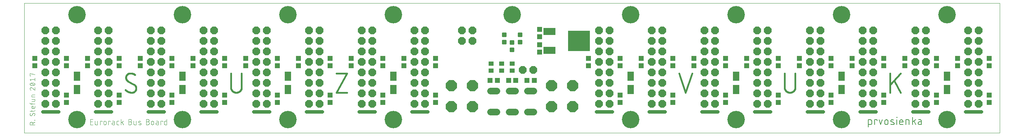
<source format=gts>
G75*
%MOIN*%
%OFA0B0*%
%FSLAX25Y25*%
%IPPOS*%
%LPD*%
%AMOC8*
5,1,8,0,0,1.08239X$1,22.5*
%
%ADD10C,0.00000*%
%ADD11C,0.01600*%
%ADD12C,0.00600*%
%ADD13C,0.00400*%
%ADD14C,0.03200*%
%ADD15R,0.04652X0.04534*%
%ADD16R,0.04534X0.04652*%
%ADD17R,0.05912X0.09061*%
%ADD18C,0.06400*%
%ADD19R,0.11424X0.06699*%
%ADD20R,0.20837X0.19400*%
%ADD21OC8,0.07400*%
%ADD22R,0.04731X0.04337*%
%ADD23OC8,0.10400*%
%ADD24C,0.01301*%
%ADD25C,0.16605*%
D10*
X0003500Y0050642D02*
X0003500Y0174343D01*
X0928421Y0174343D01*
X0928421Y0050642D01*
X0003500Y0050642D01*
D11*
X0107477Y0096609D02*
X0107586Y0096543D01*
X0107692Y0096474D01*
X0107796Y0096401D01*
X0107898Y0096325D01*
X0107997Y0096247D01*
X0108094Y0096165D01*
X0108188Y0096080D01*
X0108280Y0095993D01*
X0108369Y0095902D01*
X0108456Y0095810D01*
X0108539Y0095714D01*
X0108619Y0095616D01*
X0108697Y0095515D01*
X0108771Y0095413D01*
X0108842Y0095308D01*
X0108910Y0095201D01*
X0108975Y0095091D01*
X0109036Y0094980D01*
X0109094Y0094868D01*
X0109148Y0094753D01*
X0109199Y0094637D01*
X0109246Y0094519D01*
X0109290Y0094400D01*
X0109330Y0094280D01*
X0109366Y0094158D01*
X0109399Y0094036D01*
X0109427Y0093912D01*
X0109452Y0093788D01*
X0109474Y0093663D01*
X0109491Y0093537D01*
X0109505Y0093411D01*
X0109514Y0093284D01*
X0109520Y0093158D01*
X0109522Y0093031D01*
X0109520Y0092905D01*
X0109514Y0092779D01*
X0109505Y0092654D01*
X0109491Y0092529D01*
X0109474Y0092404D01*
X0109452Y0092280D01*
X0109427Y0092156D01*
X0109398Y0092034D01*
X0109366Y0091912D01*
X0109330Y0091791D01*
X0109290Y0091672D01*
X0109246Y0091554D01*
X0109199Y0091437D01*
X0109148Y0091322D01*
X0109093Y0091208D01*
X0109035Y0091097D01*
X0108974Y0090986D01*
X0108910Y0090878D01*
X0108842Y0090772D01*
X0108770Y0090668D01*
X0108696Y0090567D01*
X0108619Y0090468D01*
X0108538Y0090371D01*
X0108455Y0090276D01*
X0108369Y0090185D01*
X0108279Y0090095D01*
X0108188Y0090009D01*
X0108093Y0089926D01*
X0107996Y0089845D01*
X0107897Y0089768D01*
X0107796Y0089694D01*
X0107692Y0089622D01*
X0107586Y0089554D01*
X0107478Y0089490D01*
X0107367Y0089429D01*
X0107256Y0089371D01*
X0107142Y0089316D01*
X0107027Y0089265D01*
X0106910Y0089218D01*
X0106792Y0089174D01*
X0106673Y0089134D01*
X0106552Y0089098D01*
X0106430Y0089066D01*
X0106308Y0089037D01*
X0106184Y0089012D01*
X0106060Y0088990D01*
X0105935Y0088973D01*
X0105810Y0088959D01*
X0105685Y0088950D01*
X0105559Y0088944D01*
X0105433Y0088942D01*
X0107478Y0096609D02*
X0101856Y0099675D01*
X0103900Y0107342D02*
X0104083Y0107340D01*
X0104265Y0107333D01*
X0104448Y0107322D01*
X0104630Y0107307D01*
X0104812Y0107288D01*
X0104993Y0107264D01*
X0105173Y0107236D01*
X0105353Y0107203D01*
X0105532Y0107166D01*
X0105710Y0107125D01*
X0105887Y0107080D01*
X0106063Y0107031D01*
X0106238Y0106977D01*
X0106411Y0106919D01*
X0106583Y0106857D01*
X0106753Y0106791D01*
X0106922Y0106721D01*
X0107089Y0106647D01*
X0107254Y0106569D01*
X0107418Y0106487D01*
X0107579Y0106402D01*
X0107738Y0106312D01*
X0107895Y0106219D01*
X0108050Y0106122D01*
X0108203Y0106021D01*
X0108353Y0105916D01*
X0108500Y0105809D01*
X0101856Y0099675D02*
X0101747Y0099741D01*
X0101641Y0099810D01*
X0101537Y0099883D01*
X0101435Y0099959D01*
X0101336Y0100037D01*
X0101239Y0100119D01*
X0101144Y0100204D01*
X0101053Y0100291D01*
X0100964Y0100382D01*
X0100877Y0100474D01*
X0100794Y0100570D01*
X0100714Y0100668D01*
X0100636Y0100769D01*
X0100562Y0100871D01*
X0100491Y0100976D01*
X0100423Y0101083D01*
X0100358Y0101193D01*
X0100297Y0101304D01*
X0100239Y0101416D01*
X0100185Y0101531D01*
X0100134Y0101647D01*
X0100087Y0101765D01*
X0100043Y0101884D01*
X0100003Y0102004D01*
X0099967Y0102126D01*
X0099934Y0102248D01*
X0099906Y0102372D01*
X0099881Y0102496D01*
X0099859Y0102621D01*
X0099842Y0102747D01*
X0099828Y0102873D01*
X0099819Y0103000D01*
X0099813Y0103126D01*
X0099811Y0103253D01*
X0099813Y0103379D01*
X0099819Y0103505D01*
X0099828Y0103630D01*
X0099842Y0103755D01*
X0099859Y0103880D01*
X0099881Y0104004D01*
X0099906Y0104128D01*
X0099935Y0104250D01*
X0099967Y0104372D01*
X0100003Y0104493D01*
X0100043Y0104612D01*
X0100087Y0104730D01*
X0100134Y0104847D01*
X0100185Y0104962D01*
X0100240Y0105076D01*
X0100298Y0105187D01*
X0100359Y0105298D01*
X0100423Y0105406D01*
X0100491Y0105512D01*
X0100563Y0105616D01*
X0100637Y0105717D01*
X0100714Y0105816D01*
X0100795Y0105913D01*
X0100878Y0106008D01*
X0100964Y0106099D01*
X0101054Y0106189D01*
X0101145Y0106275D01*
X0101240Y0106358D01*
X0101337Y0106439D01*
X0101436Y0106516D01*
X0101537Y0106590D01*
X0101641Y0106662D01*
X0101747Y0106730D01*
X0101856Y0106794D01*
X0101966Y0106855D01*
X0102077Y0106913D01*
X0102191Y0106968D01*
X0102306Y0107019D01*
X0102423Y0107066D01*
X0102541Y0107110D01*
X0102660Y0107150D01*
X0102781Y0107186D01*
X0102903Y0107219D01*
X0103025Y0107247D01*
X0103149Y0107272D01*
X0103273Y0107294D01*
X0103398Y0107311D01*
X0103523Y0107325D01*
X0103648Y0107334D01*
X0103774Y0107340D01*
X0103900Y0107342D01*
X0099300Y0091498D02*
X0099447Y0091353D01*
X0099597Y0091211D01*
X0099752Y0091073D01*
X0099909Y0090939D01*
X0100069Y0090809D01*
X0100233Y0090683D01*
X0100399Y0090560D01*
X0100569Y0090442D01*
X0100741Y0090327D01*
X0100916Y0090217D01*
X0101093Y0090111D01*
X0101273Y0090010D01*
X0101455Y0089912D01*
X0101640Y0089819D01*
X0101827Y0089731D01*
X0102016Y0089647D01*
X0102206Y0089567D01*
X0102399Y0089492D01*
X0102593Y0089422D01*
X0102789Y0089357D01*
X0102987Y0089296D01*
X0103186Y0089239D01*
X0103386Y0089188D01*
X0103587Y0089142D01*
X0103790Y0089100D01*
X0103993Y0089063D01*
X0104197Y0089031D01*
X0104402Y0089004D01*
X0104608Y0088982D01*
X0104813Y0088964D01*
X0105020Y0088952D01*
X0105226Y0088944D01*
X0105433Y0088942D01*
X0199300Y0094053D02*
X0199300Y0107342D01*
X0209522Y0107342D02*
X0209522Y0094053D01*
X0209520Y0093911D01*
X0209514Y0093769D01*
X0209504Y0093627D01*
X0209490Y0093486D01*
X0209473Y0093345D01*
X0209451Y0093204D01*
X0209426Y0093065D01*
X0209396Y0092926D01*
X0209363Y0092787D01*
X0209326Y0092650D01*
X0209285Y0092514D01*
X0209240Y0092379D01*
X0209192Y0092246D01*
X0209140Y0092114D01*
X0209084Y0091983D01*
X0209025Y0091854D01*
X0208962Y0091726D01*
X0208895Y0091601D01*
X0208825Y0091477D01*
X0208752Y0091355D01*
X0208675Y0091236D01*
X0208595Y0091118D01*
X0208512Y0091003D01*
X0208426Y0090890D01*
X0208336Y0090780D01*
X0208244Y0090672D01*
X0208148Y0090567D01*
X0208050Y0090464D01*
X0207949Y0090364D01*
X0207845Y0090267D01*
X0207738Y0090173D01*
X0207629Y0090082D01*
X0207518Y0089995D01*
X0207404Y0089910D01*
X0207287Y0089828D01*
X0207169Y0089750D01*
X0207048Y0089675D01*
X0206925Y0089603D01*
X0206801Y0089535D01*
X0206674Y0089470D01*
X0206546Y0089409D01*
X0206416Y0089352D01*
X0206285Y0089298D01*
X0206152Y0089248D01*
X0206017Y0089201D01*
X0205882Y0089158D01*
X0205745Y0089119D01*
X0205608Y0089084D01*
X0205469Y0089053D01*
X0205330Y0089025D01*
X0205189Y0089002D01*
X0205049Y0088982D01*
X0204908Y0088966D01*
X0204766Y0088954D01*
X0204624Y0088946D01*
X0204482Y0088942D01*
X0204340Y0088942D01*
X0204198Y0088946D01*
X0204056Y0088954D01*
X0203914Y0088966D01*
X0203773Y0088982D01*
X0203633Y0089002D01*
X0203492Y0089025D01*
X0203353Y0089053D01*
X0203214Y0089084D01*
X0203077Y0089119D01*
X0202940Y0089158D01*
X0202805Y0089201D01*
X0202670Y0089248D01*
X0202537Y0089298D01*
X0202406Y0089352D01*
X0202276Y0089409D01*
X0202148Y0089470D01*
X0202021Y0089535D01*
X0201897Y0089603D01*
X0201774Y0089675D01*
X0201653Y0089750D01*
X0201535Y0089828D01*
X0201418Y0089910D01*
X0201304Y0089995D01*
X0201193Y0090082D01*
X0201084Y0090173D01*
X0200977Y0090267D01*
X0200873Y0090364D01*
X0200772Y0090464D01*
X0200674Y0090567D01*
X0200578Y0090672D01*
X0200486Y0090780D01*
X0200396Y0090890D01*
X0200310Y0091003D01*
X0200227Y0091118D01*
X0200147Y0091236D01*
X0200070Y0091355D01*
X0199997Y0091477D01*
X0199927Y0091601D01*
X0199860Y0091726D01*
X0199797Y0091854D01*
X0199738Y0091983D01*
X0199682Y0092114D01*
X0199630Y0092246D01*
X0199582Y0092379D01*
X0199537Y0092514D01*
X0199496Y0092650D01*
X0199459Y0092787D01*
X0199426Y0092926D01*
X0199396Y0093065D01*
X0199371Y0093204D01*
X0199349Y0093345D01*
X0199332Y0093486D01*
X0199318Y0093627D01*
X0199308Y0093769D01*
X0199302Y0093911D01*
X0199300Y0094053D01*
X0299300Y0088942D02*
X0309522Y0088942D01*
X0299300Y0088942D02*
X0309522Y0107342D01*
X0299300Y0107342D01*
X0624300Y0107342D02*
X0630433Y0088942D01*
X0636567Y0107342D01*
X0724300Y0107342D02*
X0724300Y0094053D01*
X0724302Y0093911D01*
X0724308Y0093769D01*
X0724318Y0093627D01*
X0724332Y0093486D01*
X0724349Y0093345D01*
X0724371Y0093204D01*
X0724396Y0093065D01*
X0724426Y0092926D01*
X0724459Y0092787D01*
X0724496Y0092650D01*
X0724537Y0092514D01*
X0724582Y0092379D01*
X0724630Y0092246D01*
X0724682Y0092114D01*
X0724738Y0091983D01*
X0724797Y0091854D01*
X0724860Y0091726D01*
X0724927Y0091601D01*
X0724997Y0091477D01*
X0725070Y0091355D01*
X0725147Y0091236D01*
X0725227Y0091118D01*
X0725310Y0091003D01*
X0725396Y0090890D01*
X0725486Y0090780D01*
X0725578Y0090672D01*
X0725674Y0090567D01*
X0725772Y0090464D01*
X0725873Y0090364D01*
X0725977Y0090267D01*
X0726084Y0090173D01*
X0726193Y0090082D01*
X0726304Y0089995D01*
X0726418Y0089910D01*
X0726535Y0089828D01*
X0726653Y0089750D01*
X0726774Y0089675D01*
X0726897Y0089603D01*
X0727021Y0089535D01*
X0727148Y0089470D01*
X0727276Y0089409D01*
X0727406Y0089352D01*
X0727537Y0089298D01*
X0727670Y0089248D01*
X0727805Y0089201D01*
X0727940Y0089158D01*
X0728077Y0089119D01*
X0728214Y0089084D01*
X0728353Y0089053D01*
X0728492Y0089025D01*
X0728633Y0089002D01*
X0728773Y0088982D01*
X0728914Y0088966D01*
X0729056Y0088954D01*
X0729198Y0088946D01*
X0729340Y0088942D01*
X0729482Y0088942D01*
X0729624Y0088946D01*
X0729766Y0088954D01*
X0729908Y0088966D01*
X0730049Y0088982D01*
X0730189Y0089002D01*
X0730330Y0089025D01*
X0730469Y0089053D01*
X0730608Y0089084D01*
X0730745Y0089119D01*
X0730882Y0089158D01*
X0731017Y0089201D01*
X0731152Y0089248D01*
X0731285Y0089298D01*
X0731416Y0089352D01*
X0731546Y0089409D01*
X0731674Y0089470D01*
X0731801Y0089535D01*
X0731925Y0089603D01*
X0732048Y0089675D01*
X0732169Y0089750D01*
X0732287Y0089828D01*
X0732404Y0089910D01*
X0732518Y0089995D01*
X0732629Y0090082D01*
X0732738Y0090173D01*
X0732845Y0090267D01*
X0732949Y0090364D01*
X0733050Y0090464D01*
X0733148Y0090567D01*
X0733244Y0090672D01*
X0733336Y0090780D01*
X0733426Y0090890D01*
X0733512Y0091003D01*
X0733595Y0091118D01*
X0733675Y0091236D01*
X0733752Y0091355D01*
X0733825Y0091477D01*
X0733895Y0091601D01*
X0733962Y0091726D01*
X0734025Y0091854D01*
X0734084Y0091983D01*
X0734140Y0092114D01*
X0734192Y0092246D01*
X0734240Y0092379D01*
X0734285Y0092514D01*
X0734326Y0092650D01*
X0734363Y0092787D01*
X0734396Y0092926D01*
X0734426Y0093065D01*
X0734451Y0093204D01*
X0734473Y0093345D01*
X0734490Y0093486D01*
X0734504Y0093627D01*
X0734514Y0093769D01*
X0734520Y0093911D01*
X0734522Y0094053D01*
X0734522Y0107342D01*
X0824300Y0107342D02*
X0824300Y0088942D01*
X0834522Y0088942D02*
X0828389Y0100187D01*
X0824300Y0096098D02*
X0834522Y0107342D01*
D12*
X0831022Y0065442D02*
X0831022Y0065053D01*
X0830634Y0065053D01*
X0830634Y0065442D01*
X0831022Y0065442D01*
X0827235Y0058442D02*
X0827079Y0058446D01*
X0826923Y0058454D01*
X0826767Y0058465D01*
X0826612Y0058480D01*
X0826457Y0058499D01*
X0826303Y0058521D01*
X0826149Y0058547D01*
X0825996Y0058577D01*
X0825844Y0058610D01*
X0825692Y0058647D01*
X0825541Y0058688D01*
X0825392Y0058732D01*
X0825243Y0058779D01*
X0825096Y0058831D01*
X0826068Y0063109D02*
X0826197Y0063105D01*
X0826326Y0063097D01*
X0826454Y0063086D01*
X0826582Y0063071D01*
X0826710Y0063052D01*
X0826837Y0063030D01*
X0826963Y0063004D01*
X0827088Y0062974D01*
X0827213Y0062941D01*
X0827336Y0062904D01*
X0827459Y0062863D01*
X0827580Y0062819D01*
X0827700Y0062771D01*
X0827818Y0062720D01*
X0826068Y0063108D02*
X0826006Y0063107D01*
X0825944Y0063102D01*
X0825883Y0063093D01*
X0825822Y0063081D01*
X0825762Y0063065D01*
X0825703Y0063045D01*
X0825645Y0063021D01*
X0825589Y0062995D01*
X0825535Y0062964D01*
X0825483Y0062931D01*
X0825433Y0062894D01*
X0825385Y0062854D01*
X0825340Y0062811D01*
X0825297Y0062766D01*
X0825258Y0062718D01*
X0825221Y0062668D01*
X0825188Y0062615D01*
X0825158Y0062561D01*
X0825131Y0062505D01*
X0825108Y0062447D01*
X0825088Y0062388D01*
X0825072Y0062328D01*
X0825060Y0062267D01*
X0825052Y0062206D01*
X0825047Y0062144D01*
X0825046Y0062081D01*
X0825049Y0062019D01*
X0825056Y0061958D01*
X0825067Y0061896D01*
X0825081Y0061836D01*
X0825099Y0061776D01*
X0825121Y0061718D01*
X0825146Y0061661D01*
X0825175Y0061606D01*
X0825207Y0061553D01*
X0825243Y0061502D01*
X0825281Y0061453D01*
X0825322Y0061407D01*
X0825366Y0061363D01*
X0825413Y0061322D01*
X0825462Y0061284D01*
X0825514Y0061249D01*
X0825567Y0061217D01*
X0825623Y0061189D01*
X0825680Y0061164D01*
X0825679Y0061164D02*
X0827624Y0060387D01*
X0827623Y0060386D02*
X0827680Y0060361D01*
X0827736Y0060333D01*
X0827789Y0060301D01*
X0827841Y0060266D01*
X0827890Y0060228D01*
X0827937Y0060187D01*
X0827981Y0060143D01*
X0828022Y0060097D01*
X0828060Y0060048D01*
X0828096Y0059997D01*
X0828128Y0059944D01*
X0828157Y0059889D01*
X0828182Y0059832D01*
X0828204Y0059774D01*
X0828222Y0059714D01*
X0828236Y0059654D01*
X0828247Y0059592D01*
X0828254Y0059531D01*
X0828257Y0059469D01*
X0828256Y0059406D01*
X0828251Y0059344D01*
X0828243Y0059283D01*
X0828231Y0059222D01*
X0828215Y0059162D01*
X0828195Y0059103D01*
X0828172Y0059045D01*
X0828145Y0058989D01*
X0828115Y0058935D01*
X0828082Y0058882D01*
X0828045Y0058832D01*
X0828006Y0058784D01*
X0827963Y0058739D01*
X0827918Y0058696D01*
X0827870Y0058656D01*
X0827820Y0058619D01*
X0827768Y0058586D01*
X0827714Y0058555D01*
X0827658Y0058529D01*
X0827600Y0058505D01*
X0827541Y0058485D01*
X0827481Y0058469D01*
X0827420Y0058457D01*
X0827359Y0058448D01*
X0827297Y0058443D01*
X0827235Y0058442D01*
X0830828Y0058442D02*
X0830828Y0063109D01*
X0833449Y0061553D02*
X0833449Y0059609D01*
X0833449Y0060775D02*
X0836560Y0060775D01*
X0836560Y0061553D01*
X0836561Y0061553D02*
X0836559Y0061631D01*
X0836553Y0061708D01*
X0836544Y0061785D01*
X0836530Y0061861D01*
X0836513Y0061937D01*
X0836492Y0062012D01*
X0836467Y0062085D01*
X0836439Y0062157D01*
X0836407Y0062228D01*
X0836372Y0062297D01*
X0836333Y0062364D01*
X0836291Y0062430D01*
X0836245Y0062493D01*
X0836197Y0062553D01*
X0836146Y0062611D01*
X0836091Y0062667D01*
X0836035Y0062720D01*
X0835975Y0062770D01*
X0835913Y0062816D01*
X0835849Y0062860D01*
X0835783Y0062901D01*
X0835715Y0062938D01*
X0835645Y0062971D01*
X0835573Y0063001D01*
X0835501Y0063028D01*
X0835426Y0063051D01*
X0835351Y0063070D01*
X0835275Y0063085D01*
X0835198Y0063097D01*
X0835121Y0063105D01*
X0835044Y0063109D01*
X0834966Y0063109D01*
X0834889Y0063105D01*
X0834812Y0063097D01*
X0834735Y0063085D01*
X0834659Y0063070D01*
X0834584Y0063051D01*
X0834509Y0063028D01*
X0834437Y0063001D01*
X0834365Y0062971D01*
X0834295Y0062938D01*
X0834227Y0062901D01*
X0834161Y0062860D01*
X0834097Y0062816D01*
X0834035Y0062770D01*
X0833975Y0062720D01*
X0833919Y0062667D01*
X0833864Y0062611D01*
X0833813Y0062553D01*
X0833765Y0062493D01*
X0833719Y0062430D01*
X0833677Y0062364D01*
X0833638Y0062297D01*
X0833603Y0062228D01*
X0833571Y0062157D01*
X0833543Y0062085D01*
X0833518Y0062012D01*
X0833497Y0061937D01*
X0833480Y0061861D01*
X0833466Y0061785D01*
X0833457Y0061708D01*
X0833451Y0061631D01*
X0833449Y0061553D01*
X0833449Y0059609D02*
X0833451Y0059544D01*
X0833456Y0059478D01*
X0833465Y0059414D01*
X0833478Y0059349D01*
X0833495Y0059286D01*
X0833514Y0059224D01*
X0833538Y0059162D01*
X0833565Y0059103D01*
X0833595Y0059045D01*
X0833628Y0058988D01*
X0833664Y0058934D01*
X0833704Y0058881D01*
X0833746Y0058831D01*
X0833791Y0058784D01*
X0833838Y0058739D01*
X0833888Y0058697D01*
X0833941Y0058657D01*
X0833995Y0058621D01*
X0834052Y0058588D01*
X0834110Y0058558D01*
X0834169Y0058531D01*
X0834231Y0058507D01*
X0834293Y0058488D01*
X0834356Y0058471D01*
X0834421Y0058458D01*
X0834485Y0058449D01*
X0834551Y0058444D01*
X0834616Y0058442D01*
X0836560Y0058442D01*
X0839384Y0058442D02*
X0839384Y0063109D01*
X0841329Y0063109D01*
X0841397Y0063107D01*
X0841464Y0063101D01*
X0841532Y0063091D01*
X0841598Y0063078D01*
X0841664Y0063060D01*
X0841728Y0063039D01*
X0841791Y0063014D01*
X0841853Y0062985D01*
X0841912Y0062953D01*
X0841970Y0062917D01*
X0842026Y0062878D01*
X0842079Y0062836D01*
X0842130Y0062791D01*
X0842178Y0062743D01*
X0842223Y0062692D01*
X0842265Y0062639D01*
X0842304Y0062583D01*
X0842340Y0062526D01*
X0842372Y0062466D01*
X0842401Y0062404D01*
X0842426Y0062341D01*
X0842447Y0062277D01*
X0842465Y0062211D01*
X0842478Y0062145D01*
X0842488Y0062077D01*
X0842494Y0062010D01*
X0842496Y0061942D01*
X0842495Y0061942D02*
X0842495Y0058442D01*
X0845601Y0058442D02*
X0845601Y0065442D01*
X0848712Y0063109D02*
X0845601Y0060775D01*
X0846962Y0061748D02*
X0848712Y0058442D01*
X0852369Y0058442D02*
X0854119Y0058442D01*
X0854119Y0061942D01*
X0854119Y0061164D02*
X0852369Y0061164D01*
X0854119Y0061942D02*
X0854117Y0062007D01*
X0854112Y0062073D01*
X0854103Y0062137D01*
X0854090Y0062202D01*
X0854073Y0062265D01*
X0854054Y0062327D01*
X0854030Y0062389D01*
X0854003Y0062448D01*
X0853973Y0062506D01*
X0853940Y0062563D01*
X0853904Y0062617D01*
X0853864Y0062670D01*
X0853822Y0062720D01*
X0853777Y0062767D01*
X0853730Y0062812D01*
X0853680Y0062854D01*
X0853627Y0062894D01*
X0853573Y0062930D01*
X0853516Y0062963D01*
X0853458Y0062993D01*
X0853399Y0063020D01*
X0853337Y0063044D01*
X0853275Y0063063D01*
X0853212Y0063080D01*
X0853147Y0063093D01*
X0853083Y0063102D01*
X0853017Y0063107D01*
X0852952Y0063109D01*
X0851397Y0063109D01*
X0852369Y0061164D02*
X0852297Y0061162D01*
X0852224Y0061156D01*
X0852153Y0061147D01*
X0852081Y0061133D01*
X0852011Y0061116D01*
X0851942Y0061095D01*
X0851873Y0061071D01*
X0851807Y0061042D01*
X0851741Y0061011D01*
X0851678Y0060976D01*
X0851617Y0060937D01*
X0851557Y0060895D01*
X0851500Y0060851D01*
X0851446Y0060803D01*
X0851394Y0060752D01*
X0851345Y0060699D01*
X0851299Y0060643D01*
X0851255Y0060585D01*
X0851215Y0060525D01*
X0851178Y0060462D01*
X0851145Y0060398D01*
X0851115Y0060332D01*
X0851089Y0060265D01*
X0851066Y0060196D01*
X0851047Y0060126D01*
X0851032Y0060055D01*
X0851020Y0059984D01*
X0851012Y0059912D01*
X0851008Y0059839D01*
X0851008Y0059767D01*
X0851012Y0059694D01*
X0851020Y0059622D01*
X0851032Y0059551D01*
X0851047Y0059480D01*
X0851066Y0059410D01*
X0851089Y0059341D01*
X0851115Y0059274D01*
X0851145Y0059208D01*
X0851178Y0059144D01*
X0851215Y0059081D01*
X0851255Y0059021D01*
X0851299Y0058963D01*
X0851345Y0058907D01*
X0851394Y0058854D01*
X0851446Y0058803D01*
X0851500Y0058755D01*
X0851557Y0058711D01*
X0851617Y0058669D01*
X0851678Y0058630D01*
X0851741Y0058595D01*
X0851807Y0058564D01*
X0851873Y0058535D01*
X0851942Y0058511D01*
X0852011Y0058490D01*
X0852081Y0058473D01*
X0852153Y0058459D01*
X0852224Y0058450D01*
X0852297Y0058444D01*
X0852369Y0058442D01*
X0822492Y0059998D02*
X0822492Y0061553D01*
X0822490Y0061631D01*
X0822484Y0061708D01*
X0822475Y0061785D01*
X0822461Y0061861D01*
X0822444Y0061937D01*
X0822423Y0062012D01*
X0822398Y0062085D01*
X0822370Y0062157D01*
X0822338Y0062228D01*
X0822303Y0062297D01*
X0822264Y0062364D01*
X0822222Y0062430D01*
X0822176Y0062493D01*
X0822128Y0062553D01*
X0822077Y0062611D01*
X0822022Y0062667D01*
X0821966Y0062720D01*
X0821906Y0062770D01*
X0821844Y0062816D01*
X0821780Y0062860D01*
X0821714Y0062901D01*
X0821646Y0062938D01*
X0821576Y0062971D01*
X0821504Y0063001D01*
X0821432Y0063028D01*
X0821357Y0063051D01*
X0821282Y0063070D01*
X0821206Y0063085D01*
X0821129Y0063097D01*
X0821052Y0063105D01*
X0820975Y0063109D01*
X0820897Y0063109D01*
X0820820Y0063105D01*
X0820743Y0063097D01*
X0820666Y0063085D01*
X0820590Y0063070D01*
X0820515Y0063051D01*
X0820440Y0063028D01*
X0820368Y0063001D01*
X0820296Y0062971D01*
X0820226Y0062938D01*
X0820158Y0062901D01*
X0820092Y0062860D01*
X0820028Y0062816D01*
X0819966Y0062770D01*
X0819906Y0062720D01*
X0819850Y0062667D01*
X0819795Y0062611D01*
X0819744Y0062553D01*
X0819696Y0062493D01*
X0819650Y0062430D01*
X0819608Y0062364D01*
X0819569Y0062297D01*
X0819534Y0062228D01*
X0819502Y0062157D01*
X0819474Y0062085D01*
X0819449Y0062012D01*
X0819428Y0061937D01*
X0819411Y0061861D01*
X0819397Y0061785D01*
X0819388Y0061708D01*
X0819382Y0061631D01*
X0819380Y0061553D01*
X0819380Y0059998D01*
X0819382Y0059920D01*
X0819388Y0059843D01*
X0819397Y0059766D01*
X0819411Y0059690D01*
X0819428Y0059614D01*
X0819449Y0059539D01*
X0819474Y0059466D01*
X0819502Y0059394D01*
X0819534Y0059323D01*
X0819569Y0059254D01*
X0819608Y0059187D01*
X0819650Y0059121D01*
X0819696Y0059058D01*
X0819744Y0058998D01*
X0819795Y0058940D01*
X0819850Y0058884D01*
X0819906Y0058831D01*
X0819966Y0058781D01*
X0820028Y0058735D01*
X0820092Y0058691D01*
X0820158Y0058650D01*
X0820226Y0058613D01*
X0820296Y0058580D01*
X0820368Y0058550D01*
X0820440Y0058523D01*
X0820515Y0058500D01*
X0820590Y0058481D01*
X0820666Y0058466D01*
X0820743Y0058454D01*
X0820820Y0058446D01*
X0820897Y0058442D01*
X0820975Y0058442D01*
X0821052Y0058446D01*
X0821129Y0058454D01*
X0821206Y0058466D01*
X0821282Y0058481D01*
X0821357Y0058500D01*
X0821432Y0058523D01*
X0821504Y0058550D01*
X0821576Y0058580D01*
X0821646Y0058613D01*
X0821714Y0058650D01*
X0821780Y0058691D01*
X0821844Y0058735D01*
X0821906Y0058781D01*
X0821966Y0058831D01*
X0822022Y0058884D01*
X0822077Y0058940D01*
X0822128Y0058998D01*
X0822176Y0059058D01*
X0822222Y0059121D01*
X0822264Y0059187D01*
X0822303Y0059254D01*
X0822338Y0059323D01*
X0822370Y0059394D01*
X0822398Y0059466D01*
X0822423Y0059539D01*
X0822444Y0059614D01*
X0822461Y0059690D01*
X0822475Y0059766D01*
X0822484Y0059843D01*
X0822490Y0059920D01*
X0822492Y0059998D01*
X0816996Y0063109D02*
X0815440Y0058442D01*
X0813885Y0063109D01*
X0812073Y0063109D02*
X0812073Y0062331D01*
X0812073Y0063109D02*
X0809740Y0063109D01*
X0809740Y0058442D01*
X0806911Y0059609D02*
X0806911Y0061942D01*
X0806909Y0062010D01*
X0806903Y0062077D01*
X0806893Y0062145D01*
X0806880Y0062211D01*
X0806862Y0062277D01*
X0806841Y0062341D01*
X0806816Y0062404D01*
X0806787Y0062466D01*
X0806755Y0062526D01*
X0806719Y0062583D01*
X0806680Y0062639D01*
X0806638Y0062692D01*
X0806593Y0062743D01*
X0806545Y0062791D01*
X0806494Y0062836D01*
X0806441Y0062878D01*
X0806385Y0062917D01*
X0806327Y0062953D01*
X0806268Y0062985D01*
X0806206Y0063014D01*
X0806143Y0063039D01*
X0806079Y0063060D01*
X0806013Y0063078D01*
X0805947Y0063091D01*
X0805879Y0063101D01*
X0805812Y0063107D01*
X0805744Y0063109D01*
X0803800Y0063109D01*
X0803800Y0056109D01*
X0803800Y0058442D02*
X0805744Y0058442D01*
X0805809Y0058444D01*
X0805875Y0058449D01*
X0805939Y0058458D01*
X0806004Y0058471D01*
X0806067Y0058488D01*
X0806129Y0058507D01*
X0806191Y0058531D01*
X0806250Y0058558D01*
X0806308Y0058588D01*
X0806365Y0058621D01*
X0806419Y0058657D01*
X0806472Y0058697D01*
X0806522Y0058739D01*
X0806569Y0058784D01*
X0806614Y0058831D01*
X0806656Y0058881D01*
X0806696Y0058934D01*
X0806732Y0058988D01*
X0806765Y0059045D01*
X0806795Y0059103D01*
X0806822Y0059162D01*
X0806846Y0059224D01*
X0806865Y0059286D01*
X0806882Y0059349D01*
X0806895Y0059414D01*
X0806904Y0059478D01*
X0806909Y0059544D01*
X0806911Y0059609D01*
D13*
X0138486Y0058342D02*
X0137041Y0058342D01*
X0136984Y0058344D01*
X0136928Y0058349D01*
X0136872Y0058359D01*
X0136817Y0058372D01*
X0136762Y0058388D01*
X0136709Y0058408D01*
X0136658Y0058431D01*
X0136608Y0058458D01*
X0136559Y0058488D01*
X0136513Y0058521D01*
X0136469Y0058557D01*
X0136428Y0058596D01*
X0136389Y0058637D01*
X0136353Y0058681D01*
X0136320Y0058727D01*
X0136290Y0058776D01*
X0136263Y0058826D01*
X0136240Y0058877D01*
X0136220Y0058930D01*
X0136204Y0058985D01*
X0136191Y0059040D01*
X0136181Y0059096D01*
X0136176Y0059152D01*
X0136174Y0059209D01*
X0136175Y0059209D02*
X0136175Y0060942D01*
X0136174Y0060942D02*
X0136176Y0060999D01*
X0136181Y0061055D01*
X0136191Y0061111D01*
X0136204Y0061166D01*
X0136220Y0061221D01*
X0136240Y0061274D01*
X0136263Y0061325D01*
X0136290Y0061376D01*
X0136320Y0061424D01*
X0136353Y0061470D01*
X0136389Y0061514D01*
X0136428Y0061555D01*
X0136469Y0061594D01*
X0136513Y0061630D01*
X0136559Y0061663D01*
X0136608Y0061693D01*
X0136658Y0061720D01*
X0136709Y0061743D01*
X0136762Y0061763D01*
X0136817Y0061779D01*
X0136872Y0061792D01*
X0136928Y0061802D01*
X0136984Y0061807D01*
X0137041Y0061809D01*
X0138486Y0061809D01*
X0138486Y0063542D02*
X0138486Y0058342D01*
X0134600Y0061231D02*
X0134600Y0061809D01*
X0132867Y0061809D01*
X0132867Y0058342D01*
X0130422Y0058342D02*
X0130422Y0060942D01*
X0130422Y0060364D02*
X0129122Y0060364D01*
X0130422Y0060942D02*
X0130420Y0060999D01*
X0130415Y0061055D01*
X0130405Y0061111D01*
X0130392Y0061166D01*
X0130376Y0061221D01*
X0130356Y0061274D01*
X0130333Y0061325D01*
X0130306Y0061376D01*
X0130276Y0061424D01*
X0130243Y0061470D01*
X0130207Y0061514D01*
X0130168Y0061555D01*
X0130127Y0061594D01*
X0130083Y0061630D01*
X0130037Y0061663D01*
X0129989Y0061693D01*
X0129938Y0061720D01*
X0129887Y0061743D01*
X0129834Y0061763D01*
X0129779Y0061779D01*
X0129724Y0061792D01*
X0129668Y0061802D01*
X0129612Y0061807D01*
X0129555Y0061809D01*
X0128400Y0061809D01*
X0129122Y0060364D02*
X0129060Y0060362D01*
X0128998Y0060356D01*
X0128936Y0060347D01*
X0128875Y0060333D01*
X0128816Y0060316D01*
X0128757Y0060296D01*
X0128699Y0060271D01*
X0128644Y0060244D01*
X0128590Y0060213D01*
X0128538Y0060178D01*
X0128488Y0060141D01*
X0128441Y0060100D01*
X0128396Y0060057D01*
X0128354Y0060011D01*
X0128315Y0059962D01*
X0128279Y0059911D01*
X0128246Y0059859D01*
X0128217Y0059804D01*
X0128191Y0059747D01*
X0128168Y0059689D01*
X0128150Y0059630D01*
X0128134Y0059569D01*
X0128123Y0059508D01*
X0128115Y0059446D01*
X0128111Y0059384D01*
X0128111Y0059322D01*
X0128115Y0059260D01*
X0128123Y0059198D01*
X0128134Y0059137D01*
X0128150Y0059076D01*
X0128168Y0059017D01*
X0128191Y0058959D01*
X0128217Y0058902D01*
X0128246Y0058848D01*
X0128279Y0058795D01*
X0128315Y0058744D01*
X0128354Y0058695D01*
X0128396Y0058649D01*
X0128441Y0058606D01*
X0128488Y0058565D01*
X0128538Y0058528D01*
X0128590Y0058493D01*
X0128644Y0058462D01*
X0128699Y0058435D01*
X0128757Y0058410D01*
X0128816Y0058390D01*
X0128875Y0058373D01*
X0128936Y0058359D01*
X0128998Y0058350D01*
X0129060Y0058344D01*
X0129122Y0058342D01*
X0130422Y0058342D01*
X0126079Y0059498D02*
X0126079Y0060653D01*
X0126077Y0060720D01*
X0126071Y0060787D01*
X0126061Y0060854D01*
X0126048Y0060920D01*
X0126030Y0060985D01*
X0126009Y0061048D01*
X0125984Y0061111D01*
X0125956Y0061172D01*
X0125924Y0061231D01*
X0125889Y0061288D01*
X0125850Y0061343D01*
X0125809Y0061396D01*
X0125764Y0061446D01*
X0125716Y0061494D01*
X0125666Y0061539D01*
X0125613Y0061580D01*
X0125558Y0061619D01*
X0125501Y0061654D01*
X0125442Y0061686D01*
X0125381Y0061714D01*
X0125318Y0061739D01*
X0125255Y0061760D01*
X0125190Y0061778D01*
X0125124Y0061791D01*
X0125057Y0061801D01*
X0124990Y0061807D01*
X0124923Y0061809D01*
X0124856Y0061807D01*
X0124789Y0061801D01*
X0124722Y0061791D01*
X0124656Y0061778D01*
X0124591Y0061760D01*
X0124528Y0061739D01*
X0124465Y0061714D01*
X0124404Y0061686D01*
X0124345Y0061654D01*
X0124288Y0061619D01*
X0124233Y0061580D01*
X0124180Y0061539D01*
X0124130Y0061494D01*
X0124082Y0061446D01*
X0124037Y0061396D01*
X0123996Y0061343D01*
X0123957Y0061288D01*
X0123922Y0061231D01*
X0123890Y0061172D01*
X0123862Y0061111D01*
X0123837Y0061048D01*
X0123816Y0060985D01*
X0123798Y0060920D01*
X0123785Y0060854D01*
X0123775Y0060787D01*
X0123769Y0060720D01*
X0123767Y0060653D01*
X0123767Y0059498D01*
X0123769Y0059431D01*
X0123775Y0059364D01*
X0123785Y0059297D01*
X0123798Y0059231D01*
X0123816Y0059166D01*
X0123837Y0059103D01*
X0123862Y0059040D01*
X0123890Y0058979D01*
X0123922Y0058920D01*
X0123957Y0058863D01*
X0123996Y0058808D01*
X0124037Y0058755D01*
X0124082Y0058705D01*
X0124130Y0058657D01*
X0124180Y0058612D01*
X0124233Y0058571D01*
X0124288Y0058532D01*
X0124345Y0058497D01*
X0124404Y0058465D01*
X0124465Y0058437D01*
X0124528Y0058412D01*
X0124591Y0058391D01*
X0124656Y0058373D01*
X0124722Y0058360D01*
X0124789Y0058350D01*
X0124856Y0058344D01*
X0124923Y0058342D01*
X0124990Y0058344D01*
X0125057Y0058350D01*
X0125124Y0058360D01*
X0125190Y0058373D01*
X0125255Y0058391D01*
X0125318Y0058412D01*
X0125381Y0058437D01*
X0125442Y0058465D01*
X0125501Y0058497D01*
X0125558Y0058532D01*
X0125613Y0058571D01*
X0125666Y0058612D01*
X0125716Y0058657D01*
X0125764Y0058705D01*
X0125809Y0058755D01*
X0125850Y0058808D01*
X0125889Y0058863D01*
X0125924Y0058920D01*
X0125956Y0058979D01*
X0125984Y0059040D01*
X0126009Y0059103D01*
X0126030Y0059166D01*
X0126048Y0059231D01*
X0126061Y0059297D01*
X0126071Y0059364D01*
X0126077Y0059431D01*
X0126079Y0059498D01*
X0120458Y0058343D02*
X0120534Y0058345D01*
X0120609Y0058351D01*
X0120684Y0058361D01*
X0120758Y0058375D01*
X0120832Y0058392D01*
X0120904Y0058414D01*
X0120975Y0058439D01*
X0121045Y0058468D01*
X0121114Y0058500D01*
X0121180Y0058536D01*
X0121244Y0058576D01*
X0121307Y0058619D01*
X0121367Y0058665D01*
X0121424Y0058714D01*
X0121479Y0058766D01*
X0121531Y0058821D01*
X0121580Y0058878D01*
X0121626Y0058938D01*
X0121669Y0059001D01*
X0121709Y0059065D01*
X0121745Y0059131D01*
X0121777Y0059200D01*
X0121806Y0059270D01*
X0121831Y0059341D01*
X0121853Y0059413D01*
X0121870Y0059487D01*
X0121884Y0059561D01*
X0121894Y0059636D01*
X0121900Y0059711D01*
X0121902Y0059787D01*
X0121900Y0059863D01*
X0121894Y0059938D01*
X0121884Y0060013D01*
X0121870Y0060087D01*
X0121853Y0060161D01*
X0121831Y0060233D01*
X0121806Y0060304D01*
X0121777Y0060374D01*
X0121745Y0060443D01*
X0121709Y0060509D01*
X0121669Y0060573D01*
X0121626Y0060636D01*
X0121580Y0060696D01*
X0121531Y0060753D01*
X0121479Y0060808D01*
X0121424Y0060860D01*
X0121367Y0060909D01*
X0121307Y0060955D01*
X0121244Y0060998D01*
X0121180Y0061038D01*
X0121114Y0061074D01*
X0121045Y0061106D01*
X0120975Y0061135D01*
X0120904Y0061160D01*
X0120832Y0061182D01*
X0120758Y0061199D01*
X0120684Y0061213D01*
X0120609Y0061223D01*
X0120534Y0061229D01*
X0120458Y0061231D01*
X0119013Y0061231D01*
X0120458Y0061231D02*
X0120525Y0061233D01*
X0120592Y0061239D01*
X0120659Y0061249D01*
X0120725Y0061262D01*
X0120790Y0061280D01*
X0120853Y0061301D01*
X0120916Y0061326D01*
X0120977Y0061354D01*
X0121036Y0061386D01*
X0121093Y0061421D01*
X0121148Y0061460D01*
X0121201Y0061501D01*
X0121251Y0061546D01*
X0121299Y0061594D01*
X0121344Y0061644D01*
X0121385Y0061697D01*
X0121424Y0061752D01*
X0121459Y0061809D01*
X0121491Y0061868D01*
X0121519Y0061929D01*
X0121544Y0061992D01*
X0121565Y0062055D01*
X0121583Y0062120D01*
X0121596Y0062186D01*
X0121606Y0062253D01*
X0121612Y0062320D01*
X0121614Y0062387D01*
X0121612Y0062454D01*
X0121606Y0062521D01*
X0121596Y0062588D01*
X0121583Y0062654D01*
X0121565Y0062719D01*
X0121544Y0062782D01*
X0121519Y0062845D01*
X0121491Y0062906D01*
X0121459Y0062965D01*
X0121424Y0063022D01*
X0121385Y0063077D01*
X0121344Y0063130D01*
X0121299Y0063180D01*
X0121251Y0063228D01*
X0121201Y0063273D01*
X0121148Y0063314D01*
X0121093Y0063353D01*
X0121036Y0063388D01*
X0120977Y0063420D01*
X0120916Y0063448D01*
X0120853Y0063473D01*
X0120790Y0063494D01*
X0120725Y0063512D01*
X0120659Y0063525D01*
X0120592Y0063535D01*
X0120525Y0063541D01*
X0120458Y0063543D01*
X0120458Y0063542D02*
X0119013Y0063542D01*
X0119013Y0058342D01*
X0120458Y0058342D01*
X0113549Y0059787D02*
X0112105Y0060364D01*
X0112105Y0060365D02*
X0112056Y0060386D01*
X0112009Y0060411D01*
X0111964Y0060439D01*
X0111921Y0060471D01*
X0111880Y0060505D01*
X0111842Y0060542D01*
X0111806Y0060582D01*
X0111774Y0060624D01*
X0111744Y0060669D01*
X0111718Y0060715D01*
X0111695Y0060763D01*
X0111676Y0060813D01*
X0111660Y0060864D01*
X0111648Y0060916D01*
X0111640Y0060968D01*
X0111635Y0061021D01*
X0111634Y0061075D01*
X0111637Y0061128D01*
X0111644Y0061181D01*
X0111654Y0061233D01*
X0111668Y0061284D01*
X0111686Y0061335D01*
X0111707Y0061383D01*
X0111732Y0061431D01*
X0111760Y0061476D01*
X0111791Y0061519D01*
X0111825Y0061560D01*
X0111862Y0061598D01*
X0111902Y0061634D01*
X0111944Y0061667D01*
X0111988Y0061697D01*
X0112035Y0061723D01*
X0112083Y0061746D01*
X0112132Y0061766D01*
X0112183Y0061782D01*
X0112235Y0061794D01*
X0112287Y0061803D01*
X0112340Y0061808D01*
X0112394Y0061809D01*
X0111671Y0058630D02*
X0111799Y0058586D01*
X0111928Y0058546D01*
X0112058Y0058509D01*
X0112189Y0058476D01*
X0112321Y0058446D01*
X0112453Y0058420D01*
X0112587Y0058398D01*
X0112721Y0058379D01*
X0112855Y0058364D01*
X0112990Y0058353D01*
X0113125Y0058345D01*
X0113260Y0058342D01*
X0113314Y0058343D01*
X0113367Y0058348D01*
X0113419Y0058357D01*
X0113471Y0058369D01*
X0113522Y0058385D01*
X0113571Y0058405D01*
X0113619Y0058428D01*
X0113666Y0058454D01*
X0113710Y0058484D01*
X0113752Y0058517D01*
X0113792Y0058553D01*
X0113829Y0058591D01*
X0113863Y0058632D01*
X0113894Y0058675D01*
X0113922Y0058720D01*
X0113947Y0058768D01*
X0113968Y0058816D01*
X0113986Y0058867D01*
X0114000Y0058918D01*
X0114010Y0058970D01*
X0114017Y0059023D01*
X0114020Y0059076D01*
X0114019Y0059130D01*
X0114014Y0059183D01*
X0114006Y0059235D01*
X0113994Y0059287D01*
X0113978Y0059338D01*
X0113959Y0059388D01*
X0113936Y0059436D01*
X0113910Y0059482D01*
X0113880Y0059527D01*
X0113848Y0059569D01*
X0113812Y0059609D01*
X0113774Y0059646D01*
X0113733Y0059680D01*
X0113690Y0059712D01*
X0113645Y0059740D01*
X0113598Y0059765D01*
X0113549Y0059786D01*
X0113694Y0061520D02*
X0113591Y0061564D01*
X0113487Y0061605D01*
X0113382Y0061642D01*
X0113275Y0061675D01*
X0113167Y0061705D01*
X0113059Y0061731D01*
X0112949Y0061753D01*
X0112839Y0061772D01*
X0112728Y0061787D01*
X0112617Y0061798D01*
X0112506Y0061805D01*
X0112394Y0061809D01*
X0109447Y0061809D02*
X0109447Y0058342D01*
X0108002Y0058342D01*
X0107945Y0058344D01*
X0107889Y0058349D01*
X0107833Y0058359D01*
X0107778Y0058372D01*
X0107723Y0058388D01*
X0107670Y0058408D01*
X0107619Y0058431D01*
X0107569Y0058458D01*
X0107520Y0058488D01*
X0107474Y0058521D01*
X0107430Y0058557D01*
X0107389Y0058596D01*
X0107350Y0058637D01*
X0107314Y0058681D01*
X0107281Y0058727D01*
X0107251Y0058776D01*
X0107224Y0058826D01*
X0107201Y0058877D01*
X0107181Y0058930D01*
X0107165Y0058985D01*
X0107152Y0059040D01*
X0107142Y0059096D01*
X0107137Y0059152D01*
X0107135Y0059209D01*
X0107135Y0061809D01*
X0103658Y0061231D02*
X0103725Y0061233D01*
X0103792Y0061239D01*
X0103859Y0061249D01*
X0103925Y0061262D01*
X0103990Y0061280D01*
X0104053Y0061301D01*
X0104116Y0061326D01*
X0104177Y0061354D01*
X0104236Y0061386D01*
X0104293Y0061421D01*
X0104348Y0061460D01*
X0104401Y0061501D01*
X0104451Y0061546D01*
X0104499Y0061594D01*
X0104544Y0061644D01*
X0104585Y0061697D01*
X0104624Y0061752D01*
X0104659Y0061809D01*
X0104691Y0061868D01*
X0104719Y0061929D01*
X0104744Y0061992D01*
X0104765Y0062055D01*
X0104783Y0062120D01*
X0104796Y0062186D01*
X0104806Y0062253D01*
X0104812Y0062320D01*
X0104814Y0062387D01*
X0104812Y0062454D01*
X0104806Y0062521D01*
X0104796Y0062588D01*
X0104783Y0062654D01*
X0104765Y0062719D01*
X0104744Y0062782D01*
X0104719Y0062845D01*
X0104691Y0062906D01*
X0104659Y0062965D01*
X0104624Y0063022D01*
X0104585Y0063077D01*
X0104544Y0063130D01*
X0104499Y0063180D01*
X0104451Y0063228D01*
X0104401Y0063273D01*
X0104348Y0063314D01*
X0104293Y0063353D01*
X0104236Y0063388D01*
X0104177Y0063420D01*
X0104116Y0063448D01*
X0104053Y0063473D01*
X0103990Y0063494D01*
X0103925Y0063512D01*
X0103859Y0063525D01*
X0103792Y0063535D01*
X0103725Y0063541D01*
X0103658Y0063543D01*
X0103658Y0063542D02*
X0102213Y0063542D01*
X0102213Y0058342D01*
X0103658Y0058342D01*
X0103658Y0058343D02*
X0103734Y0058345D01*
X0103809Y0058351D01*
X0103884Y0058361D01*
X0103958Y0058375D01*
X0104032Y0058392D01*
X0104104Y0058414D01*
X0104175Y0058439D01*
X0104245Y0058468D01*
X0104314Y0058500D01*
X0104380Y0058536D01*
X0104444Y0058576D01*
X0104507Y0058619D01*
X0104567Y0058665D01*
X0104624Y0058714D01*
X0104679Y0058766D01*
X0104731Y0058821D01*
X0104780Y0058878D01*
X0104826Y0058938D01*
X0104869Y0059001D01*
X0104909Y0059065D01*
X0104945Y0059131D01*
X0104977Y0059200D01*
X0105006Y0059270D01*
X0105031Y0059341D01*
X0105053Y0059413D01*
X0105070Y0059487D01*
X0105084Y0059561D01*
X0105094Y0059636D01*
X0105100Y0059711D01*
X0105102Y0059787D01*
X0105100Y0059863D01*
X0105094Y0059938D01*
X0105084Y0060013D01*
X0105070Y0060087D01*
X0105053Y0060161D01*
X0105031Y0060233D01*
X0105006Y0060304D01*
X0104977Y0060374D01*
X0104945Y0060443D01*
X0104909Y0060509D01*
X0104869Y0060573D01*
X0104826Y0060636D01*
X0104780Y0060696D01*
X0104731Y0060753D01*
X0104679Y0060808D01*
X0104624Y0060860D01*
X0104567Y0060909D01*
X0104507Y0060955D01*
X0104444Y0060998D01*
X0104380Y0061038D01*
X0104314Y0061074D01*
X0104245Y0061106D01*
X0104175Y0061135D01*
X0104104Y0061160D01*
X0104032Y0061182D01*
X0103958Y0061199D01*
X0103884Y0061213D01*
X0103809Y0061223D01*
X0103734Y0061229D01*
X0103658Y0061231D01*
X0102213Y0061231D01*
X0097407Y0061809D02*
X0095096Y0060075D01*
X0096107Y0060798D02*
X0097407Y0058342D01*
X0095096Y0058342D02*
X0095096Y0063542D01*
X0093035Y0061809D02*
X0091880Y0061809D01*
X0091823Y0061807D01*
X0091767Y0061802D01*
X0091711Y0061792D01*
X0091656Y0061779D01*
X0091601Y0061763D01*
X0091548Y0061743D01*
X0091497Y0061720D01*
X0091447Y0061693D01*
X0091398Y0061663D01*
X0091352Y0061630D01*
X0091308Y0061594D01*
X0091267Y0061555D01*
X0091228Y0061514D01*
X0091192Y0061470D01*
X0091159Y0061424D01*
X0091129Y0061376D01*
X0091102Y0061325D01*
X0091079Y0061274D01*
X0091059Y0061221D01*
X0091043Y0061166D01*
X0091030Y0061111D01*
X0091020Y0061055D01*
X0091015Y0060999D01*
X0091013Y0060942D01*
X0091013Y0059209D01*
X0091015Y0059152D01*
X0091020Y0059096D01*
X0091030Y0059040D01*
X0091043Y0058985D01*
X0091059Y0058930D01*
X0091079Y0058877D01*
X0091102Y0058826D01*
X0091129Y0058776D01*
X0091159Y0058727D01*
X0091192Y0058681D01*
X0091228Y0058637D01*
X0091267Y0058596D01*
X0091308Y0058557D01*
X0091352Y0058521D01*
X0091398Y0058488D01*
X0091447Y0058458D01*
X0091497Y0058431D01*
X0091548Y0058408D01*
X0091601Y0058388D01*
X0091656Y0058372D01*
X0091711Y0058359D01*
X0091767Y0058349D01*
X0091823Y0058344D01*
X0091880Y0058342D01*
X0093035Y0058342D01*
X0088758Y0058342D02*
X0088758Y0060942D01*
X0088758Y0060364D02*
X0087458Y0060364D01*
X0088758Y0060942D02*
X0088756Y0060999D01*
X0088751Y0061055D01*
X0088741Y0061111D01*
X0088728Y0061166D01*
X0088712Y0061221D01*
X0088692Y0061274D01*
X0088669Y0061325D01*
X0088642Y0061376D01*
X0088612Y0061424D01*
X0088579Y0061470D01*
X0088543Y0061514D01*
X0088504Y0061555D01*
X0088463Y0061594D01*
X0088419Y0061630D01*
X0088373Y0061663D01*
X0088325Y0061693D01*
X0088274Y0061720D01*
X0088223Y0061743D01*
X0088170Y0061763D01*
X0088115Y0061779D01*
X0088060Y0061792D01*
X0088004Y0061802D01*
X0087948Y0061807D01*
X0087891Y0061809D01*
X0086736Y0061809D01*
X0084872Y0061809D02*
X0084872Y0061231D01*
X0084872Y0061809D02*
X0083139Y0061809D01*
X0083139Y0058342D01*
X0080887Y0059498D02*
X0080887Y0060653D01*
X0080885Y0060720D01*
X0080879Y0060787D01*
X0080869Y0060854D01*
X0080856Y0060920D01*
X0080838Y0060985D01*
X0080817Y0061048D01*
X0080792Y0061111D01*
X0080764Y0061172D01*
X0080732Y0061231D01*
X0080697Y0061288D01*
X0080658Y0061343D01*
X0080617Y0061396D01*
X0080572Y0061446D01*
X0080524Y0061494D01*
X0080474Y0061539D01*
X0080421Y0061580D01*
X0080366Y0061619D01*
X0080309Y0061654D01*
X0080250Y0061686D01*
X0080189Y0061714D01*
X0080126Y0061739D01*
X0080063Y0061760D01*
X0079998Y0061778D01*
X0079932Y0061791D01*
X0079865Y0061801D01*
X0079798Y0061807D01*
X0079731Y0061809D01*
X0079664Y0061807D01*
X0079597Y0061801D01*
X0079530Y0061791D01*
X0079464Y0061778D01*
X0079399Y0061760D01*
X0079336Y0061739D01*
X0079273Y0061714D01*
X0079212Y0061686D01*
X0079153Y0061654D01*
X0079096Y0061619D01*
X0079041Y0061580D01*
X0078988Y0061539D01*
X0078938Y0061494D01*
X0078890Y0061446D01*
X0078845Y0061396D01*
X0078804Y0061343D01*
X0078765Y0061288D01*
X0078730Y0061231D01*
X0078698Y0061172D01*
X0078670Y0061111D01*
X0078645Y0061048D01*
X0078624Y0060985D01*
X0078606Y0060920D01*
X0078593Y0060854D01*
X0078583Y0060787D01*
X0078577Y0060720D01*
X0078575Y0060653D01*
X0078575Y0059498D01*
X0078577Y0059431D01*
X0078583Y0059364D01*
X0078593Y0059297D01*
X0078606Y0059231D01*
X0078624Y0059166D01*
X0078645Y0059103D01*
X0078670Y0059040D01*
X0078698Y0058979D01*
X0078730Y0058920D01*
X0078765Y0058863D01*
X0078804Y0058808D01*
X0078845Y0058755D01*
X0078890Y0058705D01*
X0078938Y0058657D01*
X0078988Y0058612D01*
X0079041Y0058571D01*
X0079096Y0058532D01*
X0079153Y0058497D01*
X0079212Y0058465D01*
X0079273Y0058437D01*
X0079336Y0058412D01*
X0079399Y0058391D01*
X0079464Y0058373D01*
X0079530Y0058360D01*
X0079597Y0058350D01*
X0079664Y0058344D01*
X0079731Y0058342D01*
X0079798Y0058344D01*
X0079865Y0058350D01*
X0079932Y0058360D01*
X0079998Y0058373D01*
X0080063Y0058391D01*
X0080126Y0058412D01*
X0080189Y0058437D01*
X0080250Y0058465D01*
X0080309Y0058497D01*
X0080366Y0058532D01*
X0080421Y0058571D01*
X0080474Y0058612D01*
X0080524Y0058657D01*
X0080572Y0058705D01*
X0080617Y0058755D01*
X0080658Y0058808D01*
X0080697Y0058863D01*
X0080732Y0058920D01*
X0080764Y0058979D01*
X0080792Y0059040D01*
X0080817Y0059103D01*
X0080838Y0059166D01*
X0080856Y0059231D01*
X0080869Y0059297D01*
X0080879Y0059364D01*
X0080885Y0059431D01*
X0080887Y0059498D01*
X0076977Y0061231D02*
X0076977Y0061809D01*
X0075243Y0061809D01*
X0075243Y0058342D01*
X0072823Y0058342D02*
X0072823Y0061809D01*
X0070511Y0061809D02*
X0070511Y0059209D01*
X0070513Y0059152D01*
X0070518Y0059096D01*
X0070528Y0059040D01*
X0070541Y0058985D01*
X0070557Y0058930D01*
X0070577Y0058877D01*
X0070600Y0058826D01*
X0070627Y0058776D01*
X0070657Y0058727D01*
X0070690Y0058681D01*
X0070726Y0058637D01*
X0070765Y0058596D01*
X0070806Y0058557D01*
X0070850Y0058521D01*
X0070896Y0058488D01*
X0070945Y0058458D01*
X0070995Y0058431D01*
X0071046Y0058408D01*
X0071099Y0058388D01*
X0071154Y0058372D01*
X0071209Y0058359D01*
X0071265Y0058349D01*
X0071321Y0058344D01*
X0071378Y0058342D01*
X0072823Y0058342D01*
X0068511Y0058342D02*
X0066200Y0058342D01*
X0066200Y0063542D01*
X0068511Y0063542D01*
X0067933Y0061231D02*
X0066200Y0061231D01*
X0087458Y0060364D02*
X0087396Y0060362D01*
X0087334Y0060356D01*
X0087272Y0060347D01*
X0087211Y0060333D01*
X0087152Y0060316D01*
X0087093Y0060296D01*
X0087035Y0060271D01*
X0086980Y0060244D01*
X0086926Y0060213D01*
X0086874Y0060178D01*
X0086824Y0060141D01*
X0086777Y0060100D01*
X0086732Y0060057D01*
X0086690Y0060011D01*
X0086651Y0059962D01*
X0086615Y0059911D01*
X0086582Y0059859D01*
X0086553Y0059804D01*
X0086527Y0059747D01*
X0086504Y0059689D01*
X0086486Y0059630D01*
X0086470Y0059569D01*
X0086459Y0059508D01*
X0086451Y0059446D01*
X0086447Y0059384D01*
X0086447Y0059322D01*
X0086451Y0059260D01*
X0086459Y0059198D01*
X0086470Y0059137D01*
X0086486Y0059076D01*
X0086504Y0059017D01*
X0086527Y0058959D01*
X0086553Y0058902D01*
X0086582Y0058848D01*
X0086615Y0058795D01*
X0086651Y0058744D01*
X0086690Y0058695D01*
X0086732Y0058649D01*
X0086777Y0058606D01*
X0086824Y0058565D01*
X0086874Y0058528D01*
X0086926Y0058493D01*
X0086980Y0058462D01*
X0087035Y0058435D01*
X0087093Y0058410D01*
X0087152Y0058390D01*
X0087211Y0058373D01*
X0087272Y0058359D01*
X0087334Y0058350D01*
X0087396Y0058344D01*
X0087458Y0058342D01*
X0088758Y0058342D01*
X0013300Y0058342D02*
X0008700Y0058342D01*
X0008700Y0059620D01*
X0008702Y0059690D01*
X0008708Y0059761D01*
X0008717Y0059830D01*
X0008731Y0059899D01*
X0008748Y0059968D01*
X0008769Y0060035D01*
X0008794Y0060101D01*
X0008822Y0060165D01*
X0008854Y0060228D01*
X0008889Y0060289D01*
X0008928Y0060348D01*
X0008969Y0060405D01*
X0009014Y0060459D01*
X0009062Y0060511D01*
X0009112Y0060560D01*
X0009166Y0060607D01*
X0009221Y0060650D01*
X0009279Y0060690D01*
X0009339Y0060727D01*
X0009401Y0060760D01*
X0009465Y0060790D01*
X0009530Y0060817D01*
X0009596Y0060840D01*
X0009664Y0060859D01*
X0009733Y0060874D01*
X0009802Y0060886D01*
X0009872Y0060894D01*
X0009943Y0060898D01*
X0010013Y0060898D01*
X0010084Y0060894D01*
X0010154Y0060886D01*
X0010223Y0060874D01*
X0010292Y0060859D01*
X0010360Y0060840D01*
X0010426Y0060817D01*
X0010491Y0060790D01*
X0010555Y0060760D01*
X0010617Y0060727D01*
X0010677Y0060690D01*
X0010735Y0060650D01*
X0010790Y0060607D01*
X0010844Y0060560D01*
X0010894Y0060511D01*
X0010942Y0060459D01*
X0010987Y0060405D01*
X0011028Y0060348D01*
X0011067Y0060289D01*
X0011102Y0060228D01*
X0011134Y0060165D01*
X0011162Y0060101D01*
X0011187Y0060035D01*
X0011208Y0059968D01*
X0011225Y0059899D01*
X0011239Y0059830D01*
X0011248Y0059761D01*
X0011254Y0059690D01*
X0011256Y0059620D01*
X0011256Y0058342D01*
X0011256Y0059875D02*
X0013300Y0060898D01*
X0013300Y0062613D02*
X0013300Y0062869D01*
X0013044Y0062869D01*
X0013044Y0062613D01*
X0013300Y0062613D01*
X0010617Y0067502D02*
X0011383Y0068907D01*
X0013300Y0068396D02*
X0013298Y0068306D01*
X0013293Y0068217D01*
X0013283Y0068128D01*
X0013270Y0068039D01*
X0013254Y0067951D01*
X0013233Y0067863D01*
X0013209Y0067777D01*
X0013182Y0067691D01*
X0013151Y0067607D01*
X0013116Y0067524D01*
X0013078Y0067443D01*
X0013037Y0067363D01*
X0012993Y0067286D01*
X0012945Y0067210D01*
X0012894Y0067136D01*
X0012840Y0067064D01*
X0012783Y0066995D01*
X0012724Y0066927D01*
X0012661Y0066863D01*
X0011384Y0068907D02*
X0011418Y0068961D01*
X0011455Y0069012D01*
X0011495Y0069061D01*
X0011538Y0069108D01*
X0011584Y0069151D01*
X0011632Y0069192D01*
X0011683Y0069230D01*
X0011736Y0069265D01*
X0011791Y0069297D01*
X0011848Y0069325D01*
X0011906Y0069349D01*
X0011966Y0069370D01*
X0012027Y0069387D01*
X0012089Y0069401D01*
X0012152Y0069410D01*
X0012215Y0069416D01*
X0012278Y0069418D01*
X0012340Y0069416D01*
X0012401Y0069411D01*
X0012462Y0069401D01*
X0012523Y0069388D01*
X0012582Y0069372D01*
X0012640Y0069352D01*
X0012697Y0069328D01*
X0012753Y0069301D01*
X0012807Y0069271D01*
X0012859Y0069237D01*
X0012908Y0069201D01*
X0012956Y0069161D01*
X0013001Y0069119D01*
X0013043Y0069074D01*
X0013083Y0069026D01*
X0013119Y0068977D01*
X0013153Y0068925D01*
X0013183Y0068871D01*
X0013210Y0068815D01*
X0013234Y0068758D01*
X0013254Y0068700D01*
X0013270Y0068641D01*
X0013283Y0068580D01*
X0013293Y0068519D01*
X0013298Y0068458D01*
X0013300Y0068396D01*
X0009083Y0069163D02*
X0009035Y0069096D01*
X0008990Y0069028D01*
X0008948Y0068957D01*
X0008910Y0068884D01*
X0008874Y0068810D01*
X0008841Y0068735D01*
X0008812Y0068658D01*
X0008786Y0068580D01*
X0008763Y0068501D01*
X0008744Y0068421D01*
X0008728Y0068340D01*
X0008716Y0068259D01*
X0008707Y0068177D01*
X0008702Y0068095D01*
X0008700Y0068013D01*
X0008702Y0067951D01*
X0008707Y0067890D01*
X0008717Y0067829D01*
X0008730Y0067768D01*
X0008746Y0067709D01*
X0008766Y0067651D01*
X0008790Y0067594D01*
X0008817Y0067538D01*
X0008847Y0067484D01*
X0008881Y0067432D01*
X0008917Y0067383D01*
X0008957Y0067335D01*
X0008999Y0067290D01*
X0009044Y0067248D01*
X0009092Y0067208D01*
X0009141Y0067172D01*
X0009193Y0067138D01*
X0009247Y0067108D01*
X0009303Y0067081D01*
X0009360Y0067057D01*
X0009418Y0067037D01*
X0009477Y0067021D01*
X0009538Y0067008D01*
X0009599Y0066998D01*
X0009660Y0066993D01*
X0009722Y0066991D01*
X0009785Y0066993D01*
X0009848Y0066999D01*
X0009911Y0067008D01*
X0009973Y0067022D01*
X0010034Y0067039D01*
X0010094Y0067060D01*
X0010152Y0067084D01*
X0010209Y0067112D01*
X0010264Y0067144D01*
X0010317Y0067179D01*
X0010368Y0067217D01*
X0010416Y0067258D01*
X0010462Y0067301D01*
X0010505Y0067348D01*
X0010545Y0067397D01*
X0010582Y0067448D01*
X0010616Y0067502D01*
X0010233Y0070788D02*
X0010233Y0072321D01*
X0008700Y0071299D02*
X0012533Y0071299D01*
X0012588Y0071301D01*
X0012642Y0071307D01*
X0012696Y0071317D01*
X0012749Y0071330D01*
X0012801Y0071347D01*
X0012852Y0071368D01*
X0012901Y0071393D01*
X0012948Y0071421D01*
X0012993Y0071452D01*
X0013035Y0071486D01*
X0013075Y0071524D01*
X0013113Y0071564D01*
X0013147Y0071606D01*
X0013178Y0071651D01*
X0013206Y0071698D01*
X0013231Y0071747D01*
X0013252Y0071798D01*
X0013269Y0071850D01*
X0013282Y0071903D01*
X0013292Y0071957D01*
X0013298Y0072011D01*
X0013300Y0072066D01*
X0013300Y0072321D01*
X0012533Y0074019D02*
X0011256Y0074019D01*
X0011767Y0074019D02*
X0011767Y0076063D01*
X0011256Y0076063D01*
X0011193Y0076061D01*
X0011130Y0076055D01*
X0011068Y0076046D01*
X0011007Y0076032D01*
X0010946Y0076015D01*
X0010887Y0075994D01*
X0010829Y0075969D01*
X0010772Y0075941D01*
X0010718Y0075910D01*
X0010666Y0075875D01*
X0010615Y0075837D01*
X0010567Y0075796D01*
X0010522Y0075752D01*
X0010480Y0075706D01*
X0010440Y0075657D01*
X0010404Y0075606D01*
X0010371Y0075552D01*
X0010341Y0075497D01*
X0010315Y0075439D01*
X0010292Y0075381D01*
X0010273Y0075321D01*
X0010258Y0075260D01*
X0010246Y0075198D01*
X0010238Y0075135D01*
X0010234Y0075072D01*
X0010234Y0075010D01*
X0010238Y0074947D01*
X0010246Y0074884D01*
X0010258Y0074822D01*
X0010273Y0074761D01*
X0010292Y0074701D01*
X0010315Y0074643D01*
X0010341Y0074585D01*
X0010371Y0074530D01*
X0010404Y0074476D01*
X0010440Y0074425D01*
X0010480Y0074376D01*
X0010522Y0074330D01*
X0010567Y0074286D01*
X0010615Y0074245D01*
X0010666Y0074207D01*
X0010718Y0074172D01*
X0010772Y0074141D01*
X0010829Y0074113D01*
X0010887Y0074088D01*
X0010946Y0074067D01*
X0011007Y0074050D01*
X0011068Y0074036D01*
X0011130Y0074027D01*
X0011193Y0074021D01*
X0011256Y0074019D01*
X0012533Y0074018D02*
X0012588Y0074020D01*
X0012642Y0074026D01*
X0012696Y0074036D01*
X0012749Y0074049D01*
X0012801Y0074066D01*
X0012852Y0074087D01*
X0012901Y0074112D01*
X0012948Y0074140D01*
X0012993Y0074171D01*
X0013035Y0074205D01*
X0013075Y0074243D01*
X0013113Y0074283D01*
X0013147Y0074325D01*
X0013178Y0074370D01*
X0013206Y0074417D01*
X0013231Y0074466D01*
X0013252Y0074517D01*
X0013269Y0074569D01*
X0013282Y0074622D01*
X0013292Y0074676D01*
X0013298Y0074730D01*
X0013300Y0074785D01*
X0013300Y0076063D01*
X0013300Y0078165D02*
X0009467Y0078165D01*
X0009412Y0078167D01*
X0009358Y0078173D01*
X0009304Y0078183D01*
X0009251Y0078196D01*
X0009199Y0078213D01*
X0009148Y0078234D01*
X0009099Y0078259D01*
X0009052Y0078287D01*
X0009007Y0078318D01*
X0008965Y0078352D01*
X0008925Y0078390D01*
X0008887Y0078430D01*
X0008853Y0078472D01*
X0008822Y0078517D01*
X0008794Y0078564D01*
X0008769Y0078613D01*
X0008748Y0078664D01*
X0008731Y0078716D01*
X0008718Y0078769D01*
X0008708Y0078823D01*
X0008702Y0078877D01*
X0008700Y0078932D01*
X0008700Y0079187D01*
X0010233Y0079187D02*
X0010233Y0077654D01*
X0010233Y0080619D02*
X0012533Y0080619D01*
X0012533Y0080618D02*
X0012588Y0080620D01*
X0012642Y0080626D01*
X0012696Y0080636D01*
X0012749Y0080649D01*
X0012801Y0080666D01*
X0012852Y0080687D01*
X0012901Y0080712D01*
X0012948Y0080740D01*
X0012993Y0080771D01*
X0013035Y0080805D01*
X0013075Y0080843D01*
X0013113Y0080883D01*
X0013147Y0080925D01*
X0013178Y0080970D01*
X0013206Y0081017D01*
X0013231Y0081066D01*
X0013252Y0081117D01*
X0013269Y0081169D01*
X0013282Y0081222D01*
X0013292Y0081276D01*
X0013298Y0081330D01*
X0013300Y0081385D01*
X0013300Y0082663D01*
X0010233Y0082663D01*
X0010233Y0084819D02*
X0010233Y0086096D01*
X0010235Y0086151D01*
X0010241Y0086205D01*
X0010251Y0086259D01*
X0010264Y0086312D01*
X0010281Y0086364D01*
X0010302Y0086415D01*
X0010327Y0086464D01*
X0010355Y0086511D01*
X0010386Y0086556D01*
X0010420Y0086598D01*
X0010458Y0086638D01*
X0010498Y0086676D01*
X0010540Y0086710D01*
X0010585Y0086741D01*
X0010632Y0086769D01*
X0010681Y0086794D01*
X0010732Y0086815D01*
X0010784Y0086832D01*
X0010837Y0086845D01*
X0010891Y0086855D01*
X0010945Y0086861D01*
X0011000Y0086863D01*
X0013300Y0086863D01*
X0013300Y0084819D02*
X0010233Y0084819D01*
X0013300Y0091313D02*
X0013300Y0093869D01*
X0012661Y0097986D02*
X0012557Y0098034D01*
X0012452Y0098080D01*
X0012346Y0098122D01*
X0012238Y0098161D01*
X0012129Y0098197D01*
X0012019Y0098229D01*
X0011908Y0098259D01*
X0011796Y0098284D01*
X0011684Y0098307D01*
X0011571Y0098326D01*
X0011457Y0098341D01*
X0011343Y0098353D01*
X0011229Y0098362D01*
X0011115Y0098367D01*
X0011000Y0098369D01*
X0011000Y0095813D02*
X0010885Y0095815D01*
X0010771Y0095820D01*
X0010657Y0095829D01*
X0010543Y0095841D01*
X0010429Y0095856D01*
X0010316Y0095875D01*
X0010204Y0095898D01*
X0010092Y0095923D01*
X0009981Y0095953D01*
X0009871Y0095985D01*
X0009762Y0096021D01*
X0009654Y0096060D01*
X0009548Y0096102D01*
X0009443Y0096148D01*
X0009339Y0096196D01*
X0008700Y0097091D02*
X0008702Y0097150D01*
X0008707Y0097208D01*
X0008716Y0097266D01*
X0008729Y0097323D01*
X0008745Y0097380D01*
X0008765Y0097435D01*
X0008788Y0097489D01*
X0008814Y0097541D01*
X0008844Y0097592D01*
X0008876Y0097641D01*
X0008912Y0097688D01*
X0008950Y0097732D01*
X0008991Y0097774D01*
X0009035Y0097813D01*
X0009081Y0097850D01*
X0009129Y0097883D01*
X0009179Y0097914D01*
X0009231Y0097941D01*
X0009284Y0097965D01*
X0009339Y0097986D01*
X0009722Y0098113D02*
X0012278Y0096069D01*
X0013300Y0097091D02*
X0013298Y0097150D01*
X0013293Y0097208D01*
X0013284Y0097266D01*
X0013271Y0097323D01*
X0013255Y0097380D01*
X0013235Y0097435D01*
X0013212Y0097489D01*
X0013186Y0097541D01*
X0013156Y0097592D01*
X0013124Y0097641D01*
X0013088Y0097688D01*
X0013050Y0097732D01*
X0013009Y0097774D01*
X0012965Y0097813D01*
X0012919Y0097850D01*
X0012871Y0097883D01*
X0012821Y0097914D01*
X0012769Y0097941D01*
X0012716Y0097965D01*
X0012661Y0097986D01*
X0013300Y0097091D02*
X0013298Y0097032D01*
X0013293Y0096974D01*
X0013284Y0096916D01*
X0013271Y0096859D01*
X0013255Y0096802D01*
X0013235Y0096747D01*
X0013212Y0096693D01*
X0013186Y0096641D01*
X0013156Y0096590D01*
X0013124Y0096541D01*
X0013088Y0096494D01*
X0013050Y0096450D01*
X0013009Y0096408D01*
X0012965Y0096369D01*
X0012919Y0096332D01*
X0012871Y0096299D01*
X0012821Y0096268D01*
X0012769Y0096241D01*
X0012716Y0096217D01*
X0012661Y0096196D01*
X0011000Y0098369D02*
X0010885Y0098367D01*
X0010771Y0098362D01*
X0010657Y0098353D01*
X0010543Y0098341D01*
X0010429Y0098326D01*
X0010316Y0098307D01*
X0010204Y0098284D01*
X0010092Y0098259D01*
X0009981Y0098229D01*
X0009871Y0098197D01*
X0009762Y0098161D01*
X0009654Y0098122D01*
X0009548Y0098080D01*
X0009443Y0098034D01*
X0009339Y0097986D01*
X0008700Y0097091D02*
X0008702Y0097032D01*
X0008707Y0096974D01*
X0008716Y0096916D01*
X0008729Y0096859D01*
X0008745Y0096802D01*
X0008765Y0096747D01*
X0008788Y0096693D01*
X0008814Y0096641D01*
X0008844Y0096590D01*
X0008876Y0096541D01*
X0008912Y0096494D01*
X0008950Y0096450D01*
X0008991Y0096408D01*
X0009035Y0096369D01*
X0009081Y0096332D01*
X0009129Y0096299D01*
X0009179Y0096268D01*
X0009231Y0096241D01*
X0009284Y0096217D01*
X0009339Y0096196D01*
X0010744Y0093485D02*
X0013300Y0091313D01*
X0009722Y0091314D02*
X0009652Y0091339D01*
X0009583Y0091367D01*
X0009516Y0091398D01*
X0009450Y0091433D01*
X0009387Y0091471D01*
X0009325Y0091513D01*
X0009265Y0091557D01*
X0009208Y0091604D01*
X0009153Y0091654D01*
X0009101Y0091707D01*
X0009051Y0091763D01*
X0009005Y0091820D01*
X0008961Y0091881D01*
X0008920Y0091943D01*
X0008883Y0092007D01*
X0008849Y0092073D01*
X0008818Y0092141D01*
X0008791Y0092210D01*
X0008767Y0092280D01*
X0008746Y0092351D01*
X0008730Y0092424D01*
X0008717Y0092497D01*
X0008707Y0092571D01*
X0008702Y0092645D01*
X0008700Y0092719D01*
X0008702Y0092786D01*
X0008708Y0092853D01*
X0008717Y0092919D01*
X0008731Y0092984D01*
X0008748Y0093049D01*
X0008769Y0093112D01*
X0008794Y0093174D01*
X0008822Y0093235D01*
X0008854Y0093294D01*
X0008889Y0093351D01*
X0008928Y0093406D01*
X0008969Y0093458D01*
X0009014Y0093508D01*
X0009061Y0093555D01*
X0009111Y0093600D01*
X0009163Y0093641D01*
X0009218Y0093680D01*
X0009275Y0093715D01*
X0009334Y0093747D01*
X0009395Y0093775D01*
X0009457Y0093800D01*
X0009520Y0093821D01*
X0009585Y0093838D01*
X0009650Y0093852D01*
X0009716Y0093861D01*
X0009783Y0093867D01*
X0009850Y0093869D01*
X0009850Y0093868D02*
X0009917Y0093866D01*
X0009983Y0093861D01*
X0010049Y0093852D01*
X0010115Y0093839D01*
X0010179Y0093823D01*
X0010243Y0093804D01*
X0010306Y0093781D01*
X0010367Y0093755D01*
X0010427Y0093725D01*
X0010485Y0093692D01*
X0010541Y0093657D01*
X0010595Y0093618D01*
X0010647Y0093576D01*
X0010697Y0093532D01*
X0010744Y0093485D01*
X0011000Y0095813D02*
X0011115Y0095815D01*
X0011229Y0095820D01*
X0011343Y0095829D01*
X0011457Y0095841D01*
X0011571Y0095856D01*
X0011684Y0095875D01*
X0011796Y0095898D01*
X0011908Y0095923D01*
X0012019Y0095953D01*
X0012129Y0095985D01*
X0012238Y0096021D01*
X0012346Y0096060D01*
X0012452Y0096102D01*
X0012557Y0096148D01*
X0012661Y0096196D01*
X0013300Y0100313D02*
X0013300Y0102869D01*
X0013300Y0101591D02*
X0008700Y0101591D01*
X0009722Y0100313D01*
X0009211Y0104813D02*
X0008700Y0104813D01*
X0008700Y0107369D01*
X0013300Y0106091D01*
D14*
X0021000Y0070642D02*
X0036000Y0070642D01*
X0071000Y0070642D02*
X0086000Y0070642D01*
X0121000Y0070642D02*
X0136000Y0070642D01*
X0171000Y0070642D02*
X0186000Y0070642D01*
X0221000Y0070642D02*
X0236000Y0070642D01*
X0271000Y0070642D02*
X0286000Y0070642D01*
X0321000Y0070642D02*
X0336000Y0070642D01*
X0371000Y0070642D02*
X0386000Y0070642D01*
X0546000Y0070642D02*
X0561000Y0070642D01*
X0596000Y0070642D02*
X0611000Y0070642D01*
X0646000Y0070642D02*
X0661000Y0070642D01*
X0696000Y0070642D02*
X0711000Y0070642D01*
X0746000Y0070642D02*
X0761000Y0070642D01*
X0796000Y0070642D02*
X0811000Y0070642D01*
X0846000Y0070642D02*
X0861000Y0070642D01*
X0896000Y0070642D02*
X0911000Y0070642D01*
D15*
X0918500Y0079697D03*
X0918500Y0086587D03*
X0868500Y0086587D03*
X0868500Y0079697D03*
X0818500Y0079697D03*
X0818500Y0086587D03*
X0768500Y0086587D03*
X0768500Y0079697D03*
X0718500Y0079697D03*
X0718500Y0086587D03*
X0668500Y0086587D03*
X0668500Y0079697D03*
X0618500Y0079697D03*
X0618500Y0086587D03*
X0568500Y0086587D03*
X0568500Y0079697D03*
X0393500Y0079697D03*
X0393500Y0086587D03*
X0343500Y0086587D03*
X0343500Y0079697D03*
X0293500Y0079697D03*
X0293500Y0086587D03*
X0243500Y0086587D03*
X0243500Y0079697D03*
X0193500Y0079697D03*
X0193500Y0086587D03*
X0143500Y0086587D03*
X0143500Y0079697D03*
X0093500Y0079697D03*
X0093500Y0086587D03*
X0043500Y0086587D03*
X0043500Y0079697D03*
X0043500Y0114697D03*
X0063500Y0114697D03*
X0063500Y0121587D03*
X0043500Y0121587D03*
X0013500Y0121587D03*
X0013500Y0114697D03*
X0093500Y0114697D03*
X0113500Y0114697D03*
X0143500Y0114697D03*
X0163500Y0114697D03*
X0193500Y0114697D03*
X0213500Y0114697D03*
X0213500Y0121587D03*
X0193500Y0121587D03*
X0163500Y0121587D03*
X0143500Y0121587D03*
X0113500Y0121587D03*
X0093500Y0121587D03*
X0243500Y0121587D03*
X0263500Y0121587D03*
X0293500Y0121587D03*
X0313500Y0121587D03*
X0343500Y0121587D03*
X0363500Y0121587D03*
X0393500Y0121587D03*
X0393500Y0114697D03*
X0363500Y0114697D03*
X0343500Y0114697D03*
X0313500Y0114697D03*
X0293500Y0114697D03*
X0263500Y0114697D03*
X0243500Y0114697D03*
X0492000Y0127697D03*
X0492000Y0134587D03*
X0492000Y0142197D03*
X0492000Y0149087D03*
X0538500Y0121587D03*
X0568500Y0121587D03*
X0588500Y0121587D03*
X0618500Y0121587D03*
X0638500Y0121587D03*
X0668500Y0121587D03*
X0688500Y0121587D03*
X0688500Y0114697D03*
X0668500Y0114697D03*
X0638500Y0114697D03*
X0618500Y0114697D03*
X0588500Y0114697D03*
X0568500Y0114697D03*
X0538500Y0114697D03*
X0718500Y0114697D03*
X0738500Y0114697D03*
X0768500Y0114697D03*
X0788500Y0114697D03*
X0818500Y0114697D03*
X0838500Y0114697D03*
X0838500Y0121587D03*
X0818500Y0121587D03*
X0788500Y0121587D03*
X0768500Y0121587D03*
X0738500Y0121587D03*
X0718500Y0121587D03*
X0868500Y0121587D03*
X0888500Y0121587D03*
X0918500Y0121587D03*
X0918500Y0114697D03*
X0888500Y0114697D03*
X0868500Y0114697D03*
D16*
X0486945Y0100642D03*
X0480055Y0100642D03*
X0469445Y0100642D03*
X0462555Y0100642D03*
X0451945Y0100642D03*
X0445055Y0100642D03*
D17*
X0353500Y0104441D03*
X0353500Y0091843D03*
X0253500Y0091843D03*
X0253500Y0104441D03*
X0153500Y0104441D03*
X0153500Y0091843D03*
X0053500Y0091843D03*
X0053500Y0104441D03*
X0578500Y0104441D03*
X0578500Y0091843D03*
X0678500Y0091843D03*
X0678500Y0104441D03*
X0778500Y0104441D03*
X0778500Y0091843D03*
X0878500Y0091843D03*
X0878500Y0104441D03*
D18*
X0486500Y0090642D02*
X0480500Y0090642D01*
X0469000Y0090642D02*
X0463000Y0090642D01*
X0451500Y0090642D02*
X0445500Y0090642D01*
X0445500Y0070642D02*
X0451500Y0070642D01*
X0463000Y0070642D02*
X0469000Y0070642D01*
X0480500Y0070642D02*
X0486500Y0070642D01*
D19*
X0501344Y0129166D03*
X0501344Y0147118D03*
D20*
X0529252Y0138142D03*
D21*
X0548500Y0138142D03*
X0558500Y0138142D03*
X0558500Y0148142D03*
X0548500Y0148142D03*
X0598500Y0148142D03*
X0608500Y0148142D03*
X0648500Y0148142D03*
X0658500Y0148142D03*
X0698500Y0148142D03*
X0708500Y0148142D03*
X0748500Y0148142D03*
X0758500Y0148142D03*
X0798500Y0148142D03*
X0808500Y0148142D03*
X0808500Y0138142D03*
X0798500Y0138142D03*
X0758500Y0138142D03*
X0748500Y0138142D03*
X0708500Y0138142D03*
X0698500Y0138142D03*
X0658500Y0138142D03*
X0648500Y0138142D03*
X0608500Y0138142D03*
X0598500Y0138142D03*
X0598500Y0128142D03*
X0608500Y0128142D03*
X0648500Y0128142D03*
X0658500Y0128142D03*
X0698500Y0128142D03*
X0708500Y0128142D03*
X0748500Y0128142D03*
X0758500Y0128142D03*
X0798500Y0128142D03*
X0808500Y0128142D03*
X0848500Y0128142D03*
X0858500Y0128142D03*
X0898500Y0128142D03*
X0908500Y0128142D03*
X0908500Y0118142D03*
X0898500Y0118142D03*
X0858500Y0118142D03*
X0848500Y0118142D03*
X0848500Y0108142D03*
X0858500Y0108142D03*
X0898500Y0108142D03*
X0908500Y0108142D03*
X0908500Y0098142D03*
X0898500Y0098142D03*
X0858500Y0098142D03*
X0848500Y0098142D03*
X0808500Y0098142D03*
X0798500Y0098142D03*
X0758500Y0098142D03*
X0748500Y0098142D03*
X0708500Y0098142D03*
X0698500Y0098142D03*
X0658500Y0098142D03*
X0648500Y0098142D03*
X0608500Y0098142D03*
X0598500Y0098142D03*
X0558500Y0098142D03*
X0548500Y0098142D03*
X0548500Y0088142D03*
X0558500Y0088142D03*
X0558500Y0078142D03*
X0548500Y0078142D03*
X0598500Y0078142D03*
X0608500Y0078142D03*
X0648500Y0078142D03*
X0658500Y0078142D03*
X0698500Y0078142D03*
X0708500Y0078142D03*
X0748500Y0078142D03*
X0758500Y0078142D03*
X0798500Y0078142D03*
X0808500Y0078142D03*
X0808500Y0088142D03*
X0798500Y0088142D03*
X0758500Y0088142D03*
X0748500Y0088142D03*
X0708500Y0088142D03*
X0698500Y0088142D03*
X0658500Y0088142D03*
X0648500Y0088142D03*
X0608500Y0088142D03*
X0598500Y0088142D03*
X0598500Y0108142D03*
X0608500Y0108142D03*
X0648500Y0108142D03*
X0658500Y0108142D03*
X0698500Y0108142D03*
X0708500Y0108142D03*
X0748500Y0108142D03*
X0758500Y0108142D03*
X0798500Y0108142D03*
X0808500Y0108142D03*
X0808500Y0118142D03*
X0798500Y0118142D03*
X0758500Y0118142D03*
X0748500Y0118142D03*
X0708500Y0118142D03*
X0698500Y0118142D03*
X0658500Y0118142D03*
X0648500Y0118142D03*
X0608500Y0118142D03*
X0598500Y0118142D03*
X0558500Y0118142D03*
X0548500Y0118142D03*
X0548500Y0108142D03*
X0558500Y0108142D03*
X0486000Y0110642D03*
X0476000Y0110642D03*
X0548500Y0128142D03*
X0558500Y0128142D03*
X0428500Y0138142D03*
X0418500Y0138142D03*
X0383500Y0138142D03*
X0373500Y0138142D03*
X0373500Y0148142D03*
X0383500Y0148142D03*
X0418500Y0148142D03*
X0428500Y0148142D03*
X0333500Y0148142D03*
X0323500Y0148142D03*
X0283500Y0148142D03*
X0273500Y0148142D03*
X0233500Y0148142D03*
X0223500Y0148142D03*
X0183500Y0148142D03*
X0173500Y0148142D03*
X0133500Y0148142D03*
X0123500Y0148142D03*
X0123500Y0138142D03*
X0133500Y0138142D03*
X0173500Y0138142D03*
X0183500Y0138142D03*
X0223500Y0138142D03*
X0233500Y0138142D03*
X0273500Y0138142D03*
X0283500Y0138142D03*
X0323500Y0138142D03*
X0333500Y0138142D03*
X0333500Y0128142D03*
X0323500Y0128142D03*
X0283500Y0128142D03*
X0273500Y0128142D03*
X0233500Y0128142D03*
X0223500Y0128142D03*
X0183500Y0128142D03*
X0173500Y0128142D03*
X0133500Y0128142D03*
X0123500Y0128142D03*
X0083500Y0128142D03*
X0073500Y0128142D03*
X0033500Y0128142D03*
X0023500Y0128142D03*
X0023500Y0118142D03*
X0033500Y0118142D03*
X0073500Y0118142D03*
X0083500Y0118142D03*
X0083500Y0108142D03*
X0073500Y0108142D03*
X0033500Y0108142D03*
X0023500Y0108142D03*
X0023500Y0098142D03*
X0033500Y0098142D03*
X0073500Y0098142D03*
X0083500Y0098142D03*
X0123500Y0098142D03*
X0133500Y0098142D03*
X0173500Y0098142D03*
X0183500Y0098142D03*
X0223500Y0098142D03*
X0233500Y0098142D03*
X0273500Y0098142D03*
X0283500Y0098142D03*
X0323500Y0098142D03*
X0333500Y0098142D03*
X0373500Y0098142D03*
X0383500Y0098142D03*
X0383500Y0088142D03*
X0373500Y0088142D03*
X0373500Y0078142D03*
X0383500Y0078142D03*
X0333500Y0078142D03*
X0323500Y0078142D03*
X0283500Y0078142D03*
X0273500Y0078142D03*
X0233500Y0078142D03*
X0223500Y0078142D03*
X0183500Y0078142D03*
X0173500Y0078142D03*
X0133500Y0078142D03*
X0123500Y0078142D03*
X0123500Y0088142D03*
X0133500Y0088142D03*
X0173500Y0088142D03*
X0183500Y0088142D03*
X0223500Y0088142D03*
X0233500Y0088142D03*
X0273500Y0088142D03*
X0283500Y0088142D03*
X0323500Y0088142D03*
X0333500Y0088142D03*
X0333500Y0108142D03*
X0323500Y0108142D03*
X0283500Y0108142D03*
X0273500Y0108142D03*
X0233500Y0108142D03*
X0223500Y0108142D03*
X0183500Y0108142D03*
X0173500Y0108142D03*
X0133500Y0108142D03*
X0123500Y0108142D03*
X0123500Y0118142D03*
X0133500Y0118142D03*
X0173500Y0118142D03*
X0183500Y0118142D03*
X0223500Y0118142D03*
X0233500Y0118142D03*
X0273500Y0118142D03*
X0283500Y0118142D03*
X0323500Y0118142D03*
X0333500Y0118142D03*
X0373500Y0118142D03*
X0383500Y0118142D03*
X0383500Y0108142D03*
X0373500Y0108142D03*
X0373500Y0128142D03*
X0383500Y0128142D03*
X0083500Y0138142D03*
X0073500Y0138142D03*
X0033500Y0138142D03*
X0023500Y0138142D03*
X0023500Y0148142D03*
X0033500Y0148142D03*
X0073500Y0148142D03*
X0083500Y0148142D03*
X0083500Y0088142D03*
X0073500Y0088142D03*
X0033500Y0088142D03*
X0023500Y0088142D03*
X0023500Y0078142D03*
X0033500Y0078142D03*
X0073500Y0078142D03*
X0083500Y0078142D03*
X0848500Y0078142D03*
X0858500Y0078142D03*
X0898500Y0078142D03*
X0908500Y0078142D03*
X0908500Y0088142D03*
X0898500Y0088142D03*
X0858500Y0088142D03*
X0848500Y0088142D03*
X0848500Y0138142D03*
X0858500Y0138142D03*
X0898500Y0138142D03*
X0908500Y0138142D03*
X0908500Y0148142D03*
X0898500Y0148142D03*
X0858500Y0148142D03*
X0848500Y0148142D03*
D22*
X0466000Y0116489D03*
X0456000Y0116489D03*
X0446000Y0116489D03*
X0446000Y0109796D03*
X0456000Y0109796D03*
X0466000Y0109796D03*
D23*
X0428500Y0095642D03*
X0408500Y0095642D03*
X0503500Y0095642D03*
X0523500Y0095642D03*
X0523500Y0075642D03*
X0503500Y0075642D03*
X0428500Y0075642D03*
X0408500Y0075642D03*
D24*
X0464482Y0131207D02*
X0467518Y0131207D01*
X0467518Y0128171D01*
X0464482Y0128171D01*
X0464482Y0131207D01*
X0464482Y0129471D02*
X0467518Y0129471D01*
X0467518Y0130771D02*
X0464482Y0130771D01*
X0464482Y0138113D02*
X0467518Y0138113D01*
X0467518Y0135077D01*
X0464482Y0135077D01*
X0464482Y0138113D01*
X0464482Y0136377D02*
X0467518Y0136377D01*
X0467518Y0137677D02*
X0464482Y0137677D01*
X0460018Y0135671D02*
X0456982Y0135671D01*
X0456982Y0138707D01*
X0460018Y0138707D01*
X0460018Y0135671D01*
X0460018Y0136971D02*
X0456982Y0136971D01*
X0456982Y0138271D02*
X0460018Y0138271D01*
X0471982Y0135671D02*
X0475018Y0135671D01*
X0471982Y0135671D02*
X0471982Y0138707D01*
X0475018Y0138707D01*
X0475018Y0135671D01*
X0475018Y0136971D02*
X0471982Y0136971D01*
X0471982Y0138271D02*
X0475018Y0138271D01*
X0475018Y0142577D02*
X0471982Y0142577D01*
X0471982Y0145613D01*
X0475018Y0145613D01*
X0475018Y0142577D01*
X0475018Y0143877D02*
X0471982Y0143877D01*
X0471982Y0145177D02*
X0475018Y0145177D01*
X0460018Y0142577D02*
X0456982Y0142577D01*
X0456982Y0145613D01*
X0460018Y0145613D01*
X0460018Y0142577D01*
X0460018Y0143877D02*
X0456982Y0143877D01*
X0456982Y0145177D02*
X0460018Y0145177D01*
D25*
X0466000Y0163142D03*
X0578500Y0163142D03*
X0678500Y0163142D03*
X0778500Y0163142D03*
X0878500Y0163142D03*
X0878500Y0063142D03*
X0778500Y0063142D03*
X0678500Y0063142D03*
X0578500Y0063142D03*
X0353500Y0063142D03*
X0253500Y0063142D03*
X0153500Y0063142D03*
X0053500Y0063142D03*
X0053500Y0163142D03*
X0153500Y0163142D03*
X0253500Y0163142D03*
X0353500Y0163142D03*
M02*

</source>
